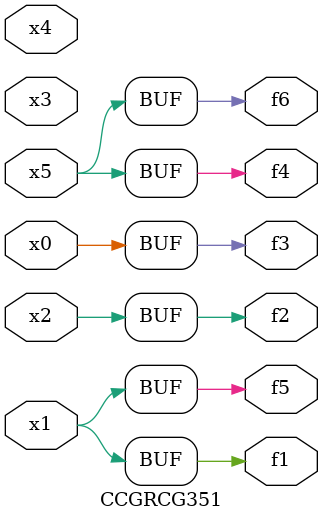
<source format=v>
module CCGRCG351(
	input x0, x1, x2, x3, x4, x5,
	output f1, f2, f3, f4, f5, f6
);
	assign f1 = x1;
	assign f2 = x2;
	assign f3 = x0;
	assign f4 = x5;
	assign f5 = x1;
	assign f6 = x5;
endmodule

</source>
